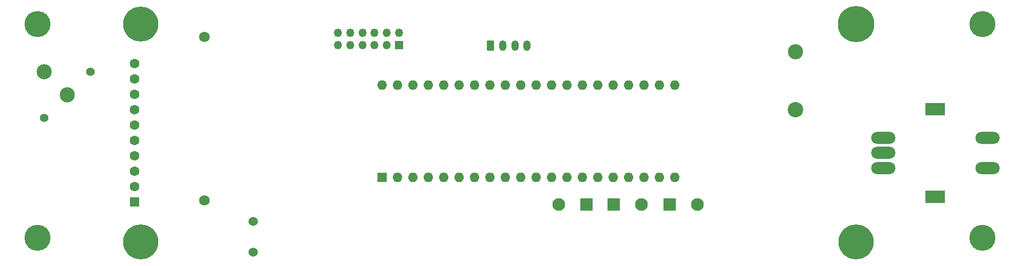
<source format=gbs>
%TF.GenerationSoftware,KiCad,Pcbnew,(6.0.0-rc1-393-g0ad0627bb0)*%
%TF.CreationDate,2021-12-16T01:21:56+00:00*%
%TF.ProjectId,solarpump_disp,736f6c61-7270-4756-9d70-5f646973702e,1.0*%
%TF.SameCoordinates,Original*%
%TF.FileFunction,Soldermask,Bot*%
%TF.FilePolarity,Negative*%
%FSLAX46Y46*%
G04 Gerber Fmt 4.6, Leading zero omitted, Abs format (unit mm)*
G04 Created by KiCad (PCBNEW (6.0.0-rc1-393-g0ad0627bb0)) date 2021-12-16 01:21:56*
%MOMM*%
%LPD*%
G01*
G04 APERTURE LIST*
G04 Aperture macros list*
%AMRoundRect*
0 Rectangle with rounded corners*
0 $1 Rounding radius*
0 $2 $3 $4 $5 $6 $7 $8 $9 X,Y pos of 4 corners*
0 Add a 4 corners polygon primitive as box body*
4,1,4,$2,$3,$4,$5,$6,$7,$8,$9,$2,$3,0*
0 Add four circle primitives for the rounded corners*
1,1,$1+$1,$2,$3*
1,1,$1+$1,$4,$5*
1,1,$1+$1,$6,$7*
1,1,$1+$1,$8,$9*
0 Add four rect primitives between the rounded corners*
20,1,$1+$1,$2,$3,$4,$5,0*
20,1,$1+$1,$4,$5,$6,$7,0*
20,1,$1+$1,$6,$7,$8,$9,0*
20,1,$1+$1,$8,$9,$2,$3,0*%
G04 Aperture macros list end*
%ADD10C,4.300000*%
%ADD11O,4.000000X2.000000*%
%ADD12R,3.200000X2.000000*%
%ADD13R,1.600000X1.600000*%
%ADD14O,1.600000X1.600000*%
%ADD15RoundRect,0.250001X-0.799999X-0.799999X0.799999X-0.799999X0.799999X0.799999X-0.799999X0.799999X0*%
%ADD16C,2.100000*%
%ADD17C,1.400000*%
%ADD18C,2.500000*%
%ADD19RoundRect,0.250001X0.799999X0.799999X-0.799999X0.799999X-0.799999X-0.799999X0.799999X-0.799999X0*%
%ADD20C,5.800000*%
%ADD21C,6.000000*%
%ADD22C,1.600000*%
%ADD23C,2.540000*%
%ADD24RoundRect,0.250000X-0.350000X-0.625000X0.350000X-0.625000X0.350000X0.625000X-0.350000X0.625000X0*%
%ADD25O,1.200000X1.750000*%
%ADD26R,1.350000X1.350000*%
%ADD27O,1.350000X1.350000*%
%ADD28C,1.750000*%
%ADD29C,1.524000*%
G04 APERTURE END LIST*
D10*
%TO.C,H7*%
X178054000Y-52578000D03*
%TD*%
%TO.C,H6*%
X178054000Y-17272000D03*
%TD*%
D11*
%TO.C,SW2*%
X161672600Y-36029900D03*
X161672600Y-41029900D03*
X161672600Y-38529900D03*
D12*
X170294600Y-31280900D03*
X170294000Y-45783300D03*
D11*
X178916000Y-41004500D03*
X178916000Y-36004500D03*
%TD*%
D13*
%TO.C,M3*%
X79074000Y-42532277D03*
D14*
X81614000Y-42532277D03*
X84154000Y-42532277D03*
X86694000Y-42532277D03*
X89234000Y-42532277D03*
X91774000Y-42532277D03*
X94314000Y-42532277D03*
X96854000Y-42532277D03*
X99394000Y-42532277D03*
X101934000Y-42532277D03*
X104474000Y-42532277D03*
X107014000Y-42532277D03*
X109554000Y-42532277D03*
X112094000Y-42532277D03*
X114634000Y-42532277D03*
X117174000Y-42532277D03*
X119714000Y-42532277D03*
X122254000Y-42532277D03*
X124794000Y-42532277D03*
X127334000Y-42532277D03*
X127334000Y-27292277D03*
X124794000Y-27292277D03*
X122254000Y-27292277D03*
X119714000Y-27292277D03*
X117174000Y-27292277D03*
X114634000Y-27292277D03*
X112094000Y-27292277D03*
X109554000Y-27292277D03*
X107014000Y-27292277D03*
X104474000Y-27292277D03*
X101934000Y-27292277D03*
X99394000Y-27292277D03*
X96854000Y-27292277D03*
X94314000Y-27292277D03*
X91774000Y-27292277D03*
X89234000Y-27292277D03*
X86694000Y-27292277D03*
X84154000Y-27292277D03*
X81614000Y-27292277D03*
X79074000Y-27292277D03*
%TD*%
D15*
%TO.C,SW4*%
X117257800Y-47091600D03*
D16*
X121857800Y-47091600D03*
%TD*%
D15*
%TO.C,SW5*%
X126466600Y-47091600D03*
D16*
X131066600Y-47091600D03*
%TD*%
D17*
%TO.C,SW1*%
X30963000Y-25121000D03*
X23343000Y-32741000D03*
D18*
X23343000Y-25121000D03*
X27153000Y-28931000D03*
%TD*%
D10*
%TO.C,H8*%
X22256235Y-52578000D03*
%TD*%
D19*
%TO.C,SW3*%
X112790000Y-47091600D03*
D16*
X108190000Y-47091600D03*
%TD*%
D20*
%TO.C,J11*%
X157259281Y-53264800D03*
D21*
X157259281Y-17264800D03*
D20*
X39259281Y-53264800D03*
X39259281Y-17264800D03*
D13*
X38259281Y-46659800D03*
D22*
X38259281Y-44119800D03*
X38259281Y-41579800D03*
X38259281Y-39039800D03*
X38259281Y-36499800D03*
X38259281Y-33959800D03*
X38259281Y-31419800D03*
X38259281Y-28879800D03*
X38259281Y-26339800D03*
X38259281Y-23799800D03*
%TD*%
D10*
%TO.C,H5*%
X22256235Y-17272000D03*
%TD*%
D18*
%TO.C,BT2*%
X147193000Y-21844000D03*
D23*
X147193000Y-31374000D03*
%TD*%
D24*
%TO.C,J12*%
X96977200Y-20777200D03*
D25*
X98977200Y-20777200D03*
X100977200Y-20777200D03*
X102977200Y-20777200D03*
%TD*%
D26*
%TO.C,J6*%
X81835000Y-20685000D03*
D27*
X81835000Y-18685000D03*
X79835000Y-20685000D03*
X79835000Y-18685000D03*
X77835000Y-20685000D03*
X77835000Y-18685000D03*
X75835000Y-20685000D03*
X75835000Y-18685000D03*
X73835000Y-20685000D03*
X73835000Y-18685000D03*
X71835000Y-20685000D03*
X71835000Y-18685000D03*
%TD*%
D28*
%TO.C,BZ1*%
X49784000Y-46393000D03*
X49784000Y-19393000D03*
D29*
X57862600Y-49861800D03*
X57862600Y-54961800D03*
%TD*%
M02*

</source>
